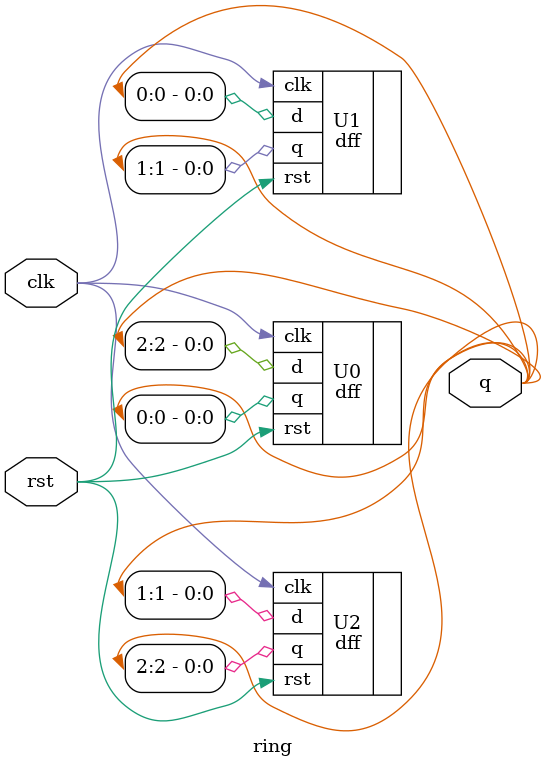
<source format=v>
module ring (
    input rst,
    input clk,
    output [2:0] q
);

  dff #(
      .INIT(1'b1)
  ) U0 (
      .rst(rst),
      .clk(clk),
      .d  (q[2]),
      .q  (q[0])
  );

  dff #(
      .INIT(1'b0)
  ) U1 (
      .rst(rst),
      .clk(clk),
      .d  (q[0]),
      .q  (q[1])
  );

  dff #(
      .INIT(1'b0)
  ) U2 (
      .rst(rst),
      .clk(clk),
      .d  (q[1]),
      .q  (q[2])
  );

endmodule

</source>
